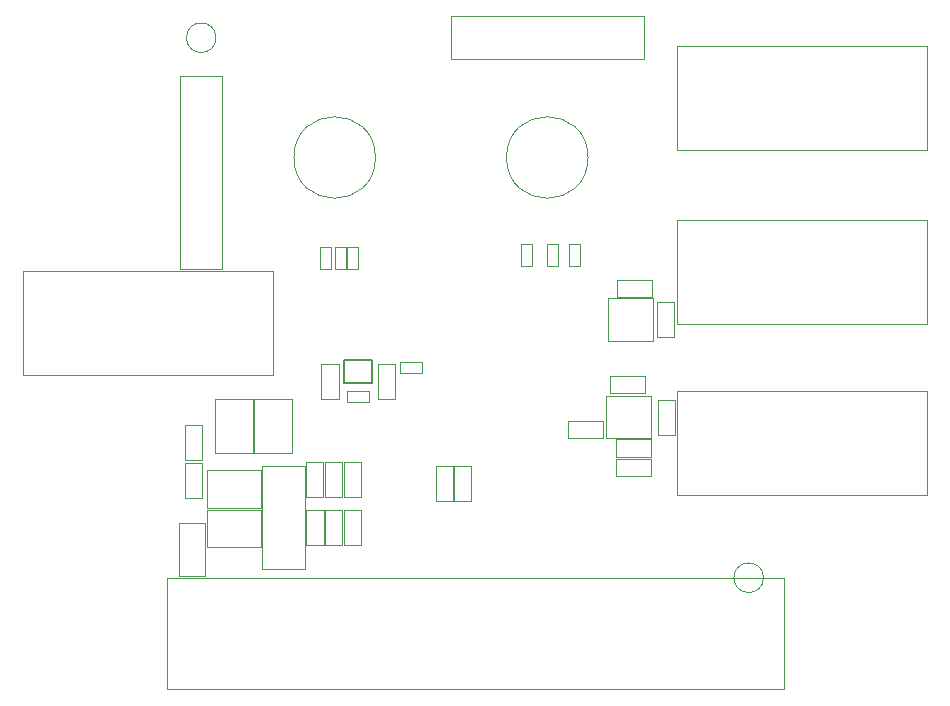
<source format=gbr>
%TF.GenerationSoftware,KiCad,Pcbnew,(5.1.10)-1*%
%TF.CreationDate,2021-07-22T16:49:50+02:00*%
%TF.ProjectId,astropix_v2,61737472-6f70-4697-985f-76322e6b6963,1.0*%
%TF.SameCoordinates,Original*%
%TF.FileFunction,Other,User*%
%FSLAX46Y46*%
G04 Gerber Fmt 4.6, Leading zero omitted, Abs format (unit mm)*
G04 Created by KiCad (PCBNEW (5.1.10)-1) date 2021-07-22 16:49:50*
%MOMM*%
%LPD*%
G01*
G04 APERTURE LIST*
%ADD10C,0.050000*%
%ADD11C,0.150000*%
G04 APERTURE END LIST*
D10*
%TO.C,R8*%
X139103000Y-73955000D02*
X139103000Y-72095000D01*
X140043000Y-73955000D02*
X139103000Y-73955000D01*
X140043000Y-72095000D02*
X140043000Y-73955000D01*
X139103000Y-72095000D02*
X140043000Y-72095000D01*
%TO.C,R18*%
X135039000Y-73955000D02*
X135039000Y-72095000D01*
X135979000Y-73955000D02*
X135039000Y-73955000D01*
X135979000Y-72095000D02*
X135979000Y-73955000D01*
X135039000Y-72095000D02*
X135979000Y-72095000D01*
%TO.C,R17*%
X137198000Y-73955000D02*
X137198000Y-72095000D01*
X138138000Y-73955000D02*
X137198000Y-73955000D01*
X138138000Y-72095000D02*
X138138000Y-73955000D01*
X137198000Y-72095000D02*
X138138000Y-72095000D01*
%TO.C,R14*%
X118961000Y-72349000D02*
X118961000Y-74209000D01*
X118021000Y-72349000D02*
X118961000Y-72349000D01*
X118021000Y-74209000D02*
X118021000Y-72349000D01*
X118961000Y-74209000D02*
X118021000Y-74209000D01*
%TO.C,R13*%
X121247000Y-72351000D02*
X121247000Y-74211000D01*
X120307000Y-72351000D02*
X121247000Y-72351000D01*
X120307000Y-74211000D02*
X120307000Y-72351000D01*
X121247000Y-74211000D02*
X120307000Y-74211000D01*
%TO.C,R10*%
X120231000Y-72349000D02*
X120231000Y-74209000D01*
X119291000Y-72349000D02*
X120231000Y-72349000D01*
X119291000Y-74209000D02*
X119291000Y-72349000D01*
X120231000Y-74209000D02*
X119291000Y-74209000D01*
%TO.C,C14*%
X118306600Y-94608200D02*
X118306600Y-97568200D01*
X116846600Y-94608200D02*
X118306600Y-94608200D01*
X116846600Y-97568200D02*
X116846600Y-94608200D01*
X118306600Y-97568200D02*
X116846600Y-97568200D01*
%TO.C,J1*%
X105022000Y-100341000D02*
X157322000Y-100341000D01*
X157322000Y-109741000D02*
X105022000Y-109741000D01*
X157322000Y-109741000D02*
X157322000Y-100341000D01*
X105022000Y-100341000D02*
X105022000Y-109741000D01*
%TO.C,JP1*%
X116709600Y-90910000D02*
X113109600Y-90910000D01*
X116709600Y-99560000D02*
X116709600Y-90910000D01*
X113109600Y-99560000D02*
X116709600Y-99560000D01*
X113109600Y-90910000D02*
X113109600Y-99560000D01*
%TO.C,R4*%
X126609200Y-83020000D02*
X124749200Y-83020000D01*
X126609200Y-82080000D02*
X126609200Y-83020000D01*
X124749200Y-82080000D02*
X126609200Y-82080000D01*
X124749200Y-83020000D02*
X124749200Y-82080000D01*
D11*
%TO.C,U2*%
X122413800Y-81925199D02*
X120003800Y-81925199D01*
X122413800Y-83835197D02*
X122413800Y-81925199D01*
X120003800Y-83835197D02*
X122413800Y-83835197D01*
X120003800Y-81925199D02*
X120003800Y-83835197D01*
X120003800Y-81925199D02*
X120003800Y-81925199D01*
D10*
%TO.C,C3*%
X108444000Y-94564400D02*
X113044000Y-94564400D01*
X108444000Y-97764400D02*
X108444000Y-94564400D01*
X113044000Y-97764400D02*
X108444000Y-97764400D01*
X113044000Y-94564400D02*
X113044000Y-97764400D01*
%TO.C,R3*%
X122138800Y-85433000D02*
X120278800Y-85433000D01*
X122138800Y-84493000D02*
X122138800Y-85433000D01*
X120278800Y-84493000D02*
X122138800Y-84493000D01*
X120278800Y-85433000D02*
X120278800Y-84493000D01*
%TO.C,R6*%
X143173500Y-75114400D02*
X146133500Y-75114400D01*
X143173500Y-76574400D02*
X143173500Y-75114400D01*
X146133500Y-76574400D02*
X143173500Y-76574400D01*
X146133500Y-75114400D02*
X146133500Y-76574400D01*
%TO.C,C7*%
X118116600Y-82213000D02*
X119576600Y-82213000D01*
X119576600Y-82213000D02*
X119576600Y-85173000D01*
X119576600Y-85173000D02*
X118116600Y-85173000D01*
X118116600Y-85173000D02*
X118116600Y-82213000D01*
%TO.C,R5*%
X130778000Y-90849000D02*
X130778000Y-93809000D01*
X129318000Y-90849000D02*
X130778000Y-90849000D01*
X129318000Y-93809000D02*
X129318000Y-90849000D01*
X130778000Y-93809000D02*
X129318000Y-93809000D01*
%TO.C,R16*%
X143046000Y-88627200D02*
X146006000Y-88627200D01*
X143046000Y-90087200D02*
X143046000Y-88627200D01*
X146006000Y-90087200D02*
X143046000Y-90087200D01*
X146006000Y-88627200D02*
X146006000Y-90087200D01*
%TO.C,R15*%
X148050000Y-85261000D02*
X148050000Y-88221000D01*
X146590000Y-85261000D02*
X148050000Y-85261000D01*
X146590000Y-88221000D02*
X146590000Y-85261000D01*
X148050000Y-88221000D02*
X146590000Y-88221000D01*
%TO.C,R9*%
X138982000Y-87027000D02*
X141942000Y-87027000D01*
X138982000Y-88487000D02*
X138982000Y-87027000D01*
X141942000Y-88487000D02*
X138982000Y-88487000D01*
X141942000Y-87027000D02*
X141942000Y-88487000D01*
%TO.C,R1*%
X106068000Y-100222400D02*
X106068000Y-95662400D01*
X108308000Y-100222400D02*
X106068000Y-100222400D01*
X108308000Y-95662400D02*
X108308000Y-100222400D01*
X106068000Y-95662400D02*
X108308000Y-95662400D01*
%TO.C,U1*%
X142245000Y-84941000D02*
X142245000Y-88541000D01*
X142245000Y-88541000D02*
X146045000Y-88541000D01*
X146045000Y-88541000D02*
X146045000Y-84941000D01*
X146045000Y-84941000D02*
X142245000Y-84941000D01*
%TO.C,U3*%
X142372000Y-76686000D02*
X142372000Y-80286000D01*
X142372000Y-80286000D02*
X146172000Y-80286000D01*
X146172000Y-80286000D02*
X146172000Y-76686000D01*
X146172000Y-76686000D02*
X142372000Y-76686000D01*
%TO.C,FID2*%
X155555000Y-100330000D02*
G75*
G03*
X155555000Y-100330000I-1250000J0D01*
G01*
%TO.C,FID1*%
X109200000Y-54610000D02*
G75*
G03*
X109200000Y-54610000I-1250000J0D01*
G01*
%TO.C,R12*%
X108045000Y-87420000D02*
X108045000Y-90380000D01*
X106585000Y-87420000D02*
X108045000Y-87420000D01*
X106585000Y-90380000D02*
X106585000Y-87420000D01*
X108045000Y-90380000D02*
X106585000Y-90380000D01*
%TO.C,R11*%
X106585000Y-93555000D02*
X106585000Y-90595000D01*
X108045000Y-93555000D02*
X106585000Y-93555000D01*
X108045000Y-90595000D02*
X108045000Y-93555000D01*
X106585000Y-90595000D02*
X108045000Y-90595000D01*
%TO.C,C6*%
X112293200Y-85203000D02*
X112293200Y-89803000D01*
X109093200Y-85203000D02*
X112293200Y-85203000D01*
X109093200Y-89803000D02*
X109093200Y-85203000D01*
X112293200Y-89803000D02*
X109093200Y-89803000D01*
%TO.C,C5*%
X108444000Y-91237000D02*
X113044000Y-91237000D01*
X108444000Y-94437000D02*
X108444000Y-91237000D01*
X113044000Y-94437000D02*
X108444000Y-94437000D01*
X113044000Y-91237000D02*
X113044000Y-94437000D01*
%TO.C,C4*%
X115595200Y-85203000D02*
X115595200Y-89803000D01*
X112395200Y-85203000D02*
X115595200Y-85203000D01*
X112395200Y-89803000D02*
X112395200Y-85203000D01*
X115595200Y-89803000D02*
X112395200Y-89803000D01*
%TO.C,R7*%
X129254000Y-90849000D02*
X129254000Y-93809000D01*
X127794000Y-90849000D02*
X129254000Y-90849000D01*
X127794000Y-93809000D02*
X127794000Y-90849000D01*
X129254000Y-93809000D02*
X127794000Y-93809000D01*
%TO.C,R2*%
X143046000Y-90252800D02*
X146006000Y-90252800D01*
X143046000Y-91712800D02*
X143046000Y-90252800D01*
X146006000Y-91712800D02*
X143046000Y-91712800D01*
X146006000Y-90252800D02*
X146006000Y-91712800D01*
%TO.C,J10*%
X129137000Y-52810000D02*
X129137000Y-56410000D01*
X145437000Y-52810000D02*
X129137000Y-52810000D01*
X145437000Y-56410000D02*
X145437000Y-52810000D01*
X129137000Y-56410000D02*
X145437000Y-56410000D01*
%TO.C,J9*%
X109750000Y-57890000D02*
X106150000Y-57890000D01*
X109750000Y-74190000D02*
X109750000Y-57890000D01*
X106150000Y-74190000D02*
X109750000Y-74190000D01*
X106150000Y-57890000D02*
X106150000Y-74190000D01*
%TO.C,J6*%
X92855000Y-83140000D02*
X92855000Y-74340000D01*
X92855000Y-83140000D02*
X114015000Y-83140000D01*
X114015000Y-74340000D02*
X92855000Y-74340000D01*
X114015000Y-74340000D02*
X114015000Y-83140000D01*
%TO.C,J5*%
X169400000Y-55290000D02*
X169400000Y-64090000D01*
X169400000Y-55290000D02*
X148240000Y-55290000D01*
X148240000Y-64090000D02*
X169400000Y-64090000D01*
X148240000Y-64090000D02*
X148240000Y-55290000D01*
%TO.C,J4*%
X169400000Y-70022000D02*
X169400000Y-78822000D01*
X169400000Y-70022000D02*
X148240000Y-70022000D01*
X148240000Y-78822000D02*
X169400000Y-78822000D01*
X148240000Y-78822000D02*
X148240000Y-70022000D01*
%TO.C,J3*%
X169400000Y-84500000D02*
X169400000Y-93300000D01*
X169400000Y-84500000D02*
X148240000Y-84500000D01*
X148240000Y-93300000D02*
X169400000Y-93300000D01*
X148240000Y-93300000D02*
X148240000Y-84500000D01*
%TO.C,H2*%
X140700000Y-64750000D02*
G75*
G03*
X140700000Y-64750000I-3450000J0D01*
G01*
%TO.C,H1*%
X122700000Y-64750000D02*
G75*
G03*
X122700000Y-64750000I-3450000J0D01*
G01*
%TO.C,C10*%
X116821200Y-93529600D02*
X116821200Y-90569600D01*
X118281200Y-93529600D02*
X116821200Y-93529600D01*
X118281200Y-90569600D02*
X118281200Y-93529600D01*
X116821200Y-90569600D02*
X118281200Y-90569600D01*
%TO.C,C12*%
X122891800Y-85173000D02*
X122891800Y-82213000D01*
X124351800Y-85173000D02*
X122891800Y-85173000D01*
X124351800Y-82213000D02*
X124351800Y-85173000D01*
X122891800Y-82213000D02*
X124351800Y-82213000D01*
%TO.C,C13*%
X119881400Y-94608200D02*
X119881400Y-97568200D01*
X118421400Y-94608200D02*
X119881400Y-94608200D01*
X118421400Y-97568200D02*
X118421400Y-94608200D01*
X119881400Y-97568200D02*
X118421400Y-97568200D01*
%TO.C,C11*%
X121481600Y-94608200D02*
X121481600Y-97568200D01*
X120021600Y-94608200D02*
X121481600Y-94608200D01*
X120021600Y-97568200D02*
X120021600Y-94608200D01*
X121481600Y-97568200D02*
X120021600Y-97568200D01*
%TO.C,C9*%
X118446800Y-93529600D02*
X118446800Y-90569600D01*
X119906800Y-93529600D02*
X118446800Y-93529600D01*
X119906800Y-90569600D02*
X119906800Y-93529600D01*
X118446800Y-90569600D02*
X119906800Y-90569600D01*
%TO.C,C8*%
X120021600Y-93529600D02*
X120021600Y-90569600D01*
X121481600Y-93529600D02*
X120021600Y-93529600D01*
X121481600Y-90569600D02*
X121481600Y-93529600D01*
X120021600Y-90569600D02*
X121481600Y-90569600D01*
%TO.C,C2*%
X142538000Y-83217000D02*
X145498000Y-83217000D01*
X142538000Y-84677000D02*
X142538000Y-83217000D01*
X145498000Y-84677000D02*
X142538000Y-84677000D01*
X145498000Y-83217000D02*
X145498000Y-84677000D01*
%TO.C,C1*%
X146539200Y-79915200D02*
X146539200Y-76955200D01*
X147999200Y-79915200D02*
X146539200Y-79915200D01*
X147999200Y-76955200D02*
X147999200Y-79915200D01*
X146539200Y-76955200D02*
X147999200Y-76955200D01*
%TD*%
M02*

</source>
